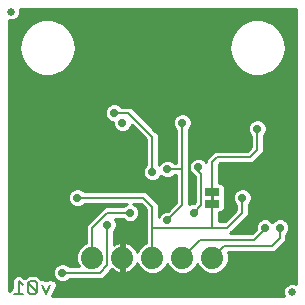
<source format=gbl>
G75*
%MOIN*%
%OFA0B0*%
%FSLAX25Y25*%
%IPPOS*%
%LPD*%
%AMOC8*
5,1,8,0,0,1.08239X$1,22.5*
%
%ADD10C,0.00800*%
%ADD11C,0.07400*%
%ADD12R,0.05000X0.02500*%
%ADD13C,0.01000*%
%ADD14C,0.02500*%
%ADD15C,0.02900*%
%ADD16C,0.00700*%
D10*
X0167329Y0294300D02*
X0170131Y0294300D01*
X0168730Y0294300D02*
X0168730Y0298504D01*
X0170131Y0297102D01*
X0171933Y0297803D02*
X0174735Y0295001D01*
X0174035Y0294300D01*
X0172634Y0294300D01*
X0171933Y0295001D01*
X0171933Y0297803D01*
X0172634Y0298504D01*
X0174035Y0298504D01*
X0174735Y0297803D01*
X0174735Y0295001D01*
X0176537Y0297102D02*
X0177938Y0294300D01*
X0179339Y0297102D01*
D11*
X0193333Y0306400D03*
X0203333Y0306400D03*
X0213333Y0306400D03*
X0223333Y0306400D03*
X0233333Y0306400D03*
D12*
X0233333Y0324400D03*
X0233333Y0328400D03*
D13*
X0181607Y0296941D02*
X0179886Y0293500D01*
X0257220Y0293500D01*
X0256883Y0294313D01*
X0256883Y0295487D01*
X0257332Y0296571D01*
X0258162Y0297401D01*
X0259247Y0297850D01*
X0260420Y0297850D01*
X0261233Y0297513D01*
X0261233Y0389300D01*
X0169154Y0389300D01*
X0169283Y0388987D01*
X0169283Y0387813D01*
X0168834Y0386729D01*
X0168004Y0385899D01*
X0166920Y0385450D01*
X0165747Y0385450D01*
X0165433Y0385580D01*
X0165433Y0295374D01*
X0166459Y0296400D01*
X0166630Y0296400D01*
X0166630Y0299373D01*
X0167236Y0299980D01*
X0167860Y0300604D01*
X0169600Y0300604D01*
X0170464Y0299739D01*
X0170682Y0299522D01*
X0171750Y0300590D01*
X0171764Y0300604D01*
X0171764Y0300604D01*
X0173165Y0300604D01*
X0173165Y0300604D01*
X0173325Y0300604D01*
X0173503Y0300604D01*
X0173503Y0300604D01*
X0174905Y0300604D01*
X0176135Y0299373D01*
X0176135Y0299373D01*
X0176218Y0299291D01*
X0176376Y0299370D01*
X0177938Y0298849D01*
X0179500Y0299370D01*
X0181056Y0298592D01*
X0181607Y0296941D01*
X0181457Y0297391D02*
X0258152Y0297391D01*
X0257259Y0296393D02*
X0181332Y0296393D01*
X0180833Y0295394D02*
X0256883Y0295394D01*
X0256883Y0294396D02*
X0180334Y0294396D01*
X0181124Y0298390D02*
X0182370Y0298390D01*
X0182707Y0298250D02*
X0183960Y0298250D01*
X0185118Y0298730D01*
X0185738Y0299350D01*
X0196682Y0299350D01*
X0199182Y0301850D01*
X0199856Y0302523D01*
X0199946Y0302434D01*
X0200608Y0301953D01*
X0201337Y0301581D01*
X0202116Y0301328D01*
X0202833Y0301214D01*
X0202833Y0305900D01*
X0203833Y0305900D01*
X0203833Y0301214D01*
X0204551Y0301328D01*
X0205329Y0301581D01*
X0206059Y0301953D01*
X0206721Y0302434D01*
X0207300Y0303012D01*
X0207781Y0303675D01*
X0208152Y0304404D01*
X0208224Y0304624D01*
X0208755Y0303341D01*
X0210274Y0301822D01*
X0212259Y0301000D01*
X0214407Y0301000D01*
X0216392Y0301822D01*
X0217911Y0303341D01*
X0218333Y0304360D01*
X0218755Y0303341D01*
X0220274Y0301822D01*
X0222259Y0301000D01*
X0224407Y0301000D01*
X0226392Y0301822D01*
X0227911Y0303341D01*
X0228333Y0304360D01*
X0228755Y0303341D01*
X0230274Y0301822D01*
X0232259Y0301000D01*
X0234407Y0301000D01*
X0236392Y0301822D01*
X0237911Y0303341D01*
X0238733Y0305326D01*
X0238733Y0307474D01*
X0238371Y0308350D01*
X0254182Y0308350D01*
X0255383Y0309551D01*
X0257883Y0312051D01*
X0257883Y0313995D01*
X0258504Y0314616D01*
X0258983Y0315773D01*
X0258983Y0317027D01*
X0258504Y0318184D01*
X0257618Y0319070D01*
X0256460Y0319550D01*
X0255207Y0319550D01*
X0254049Y0319070D01*
X0253333Y0318355D01*
X0252618Y0319070D01*
X0251460Y0319550D01*
X0250207Y0319550D01*
X0249049Y0319070D01*
X0248163Y0318184D01*
X0247683Y0317027D01*
X0247683Y0315773D01*
X0247720Y0315686D01*
X0246484Y0314450D01*
X0239282Y0314450D01*
X0244182Y0319350D01*
X0245383Y0320551D01*
X0245383Y0323995D01*
X0246004Y0324616D01*
X0246483Y0325773D01*
X0246483Y0327027D01*
X0246004Y0328184D01*
X0245118Y0329070D01*
X0243960Y0329550D01*
X0242707Y0329550D01*
X0241549Y0329070D01*
X0240663Y0328184D01*
X0240183Y0327027D01*
X0240183Y0325773D01*
X0240663Y0324616D01*
X0241283Y0323995D01*
X0241283Y0322249D01*
X0237484Y0318450D01*
X0235383Y0318450D01*
X0235383Y0321450D01*
X0236537Y0321450D01*
X0237533Y0322446D01*
X0237533Y0326354D01*
X0237487Y0326400D01*
X0237533Y0326446D01*
X0237533Y0330354D01*
X0236537Y0331350D01*
X0235383Y0331350D01*
X0235383Y0337551D01*
X0235682Y0337850D01*
X0246682Y0337850D01*
X0249182Y0340350D01*
X0250383Y0341551D01*
X0250383Y0346995D01*
X0251004Y0347616D01*
X0251483Y0348773D01*
X0251483Y0350027D01*
X0251004Y0351184D01*
X0250118Y0352070D01*
X0248960Y0352550D01*
X0247707Y0352550D01*
X0246549Y0352070D01*
X0245663Y0351184D01*
X0245183Y0350027D01*
X0245183Y0348773D01*
X0245663Y0347616D01*
X0246283Y0346995D01*
X0246283Y0343249D01*
X0244984Y0341950D01*
X0233984Y0341950D01*
X0232783Y0340749D01*
X0231283Y0339249D01*
X0231283Y0338405D01*
X0230427Y0339261D01*
X0229269Y0339741D01*
X0228016Y0339741D01*
X0226858Y0339261D01*
X0225972Y0338375D01*
X0225492Y0337218D01*
X0225492Y0335964D01*
X0225972Y0334807D01*
X0226858Y0333920D01*
X0227380Y0333704D01*
X0227533Y0333551D01*
X0227533Y0324749D01*
X0227334Y0324550D01*
X0226457Y0324550D01*
X0225383Y0324105D01*
X0225383Y0348995D01*
X0226004Y0349616D01*
X0226483Y0350773D01*
X0226483Y0352027D01*
X0226004Y0353184D01*
X0225118Y0354070D01*
X0223960Y0354550D01*
X0222707Y0354550D01*
X0221549Y0354070D01*
X0220663Y0353184D01*
X0220183Y0352027D01*
X0220183Y0350773D01*
X0220663Y0349616D01*
X0221283Y0348995D01*
X0221283Y0337950D01*
X0220738Y0337950D01*
X0220118Y0338570D01*
X0218960Y0339050D01*
X0217707Y0339050D01*
X0216549Y0338570D01*
X0215663Y0337684D01*
X0215470Y0337218D01*
X0215383Y0337305D01*
X0215383Y0347499D01*
X0214182Y0348700D01*
X0207383Y0355499D01*
X0206182Y0356700D01*
X0202988Y0356700D01*
X0202368Y0357320D01*
X0201210Y0357800D01*
X0199957Y0357800D01*
X0198799Y0357320D01*
X0197913Y0356434D01*
X0197433Y0355277D01*
X0197433Y0354023D01*
X0197913Y0352866D01*
X0198799Y0351980D01*
X0199957Y0351500D01*
X0200183Y0351500D01*
X0200183Y0350773D01*
X0200663Y0349616D01*
X0201549Y0348730D01*
X0202707Y0348250D01*
X0203960Y0348250D01*
X0205118Y0348730D01*
X0206004Y0349616D01*
X0206433Y0350651D01*
X0211283Y0345801D01*
X0211283Y0337305D01*
X0210663Y0336684D01*
X0210183Y0335527D01*
X0210183Y0334273D01*
X0210663Y0333116D01*
X0211549Y0332230D01*
X0212707Y0331750D01*
X0213960Y0331750D01*
X0215118Y0332230D01*
X0216004Y0333116D01*
X0216197Y0333582D01*
X0216549Y0333230D01*
X0217707Y0332750D01*
X0218960Y0332750D01*
X0220118Y0333230D01*
X0220738Y0333850D01*
X0221283Y0333850D01*
X0221283Y0324749D01*
X0218584Y0322050D01*
X0217707Y0322050D01*
X0216549Y0321570D01*
X0215663Y0320684D01*
X0215383Y0320009D01*
X0215383Y0324249D01*
X0214182Y0325450D01*
X0212383Y0327249D01*
X0211182Y0328450D01*
X0190738Y0328450D01*
X0190118Y0329070D01*
X0188960Y0329550D01*
X0187707Y0329550D01*
X0186549Y0329070D01*
X0185663Y0328184D01*
X0185183Y0327027D01*
X0185183Y0325773D01*
X0185663Y0324616D01*
X0186549Y0323730D01*
X0187707Y0323250D01*
X0188960Y0323250D01*
X0190118Y0323730D01*
X0190738Y0324350D01*
X0204724Y0324350D01*
X0204049Y0324070D01*
X0203429Y0323450D01*
X0197484Y0323450D01*
X0192484Y0318450D01*
X0191283Y0317249D01*
X0191283Y0311396D01*
X0190274Y0310978D01*
X0188755Y0309459D01*
X0187933Y0307474D01*
X0187933Y0305326D01*
X0188710Y0303450D01*
X0185738Y0303450D01*
X0185118Y0304070D01*
X0183960Y0304550D01*
X0182707Y0304550D01*
X0181549Y0304070D01*
X0180663Y0303184D01*
X0180183Y0302027D01*
X0180183Y0300773D01*
X0180663Y0299616D01*
X0181549Y0298730D01*
X0182707Y0298250D01*
X0184297Y0298390D02*
X0261233Y0298390D01*
X0261233Y0299388D02*
X0196721Y0299388D01*
X0197719Y0300387D02*
X0261233Y0300387D01*
X0261233Y0301385D02*
X0235337Y0301385D01*
X0236954Y0302384D02*
X0261233Y0302384D01*
X0261233Y0303382D02*
X0237928Y0303382D01*
X0238342Y0304381D02*
X0261233Y0304381D01*
X0261233Y0305379D02*
X0238733Y0305379D01*
X0238733Y0306378D02*
X0261233Y0306378D01*
X0261233Y0307376D02*
X0238733Y0307376D01*
X0240197Y0315364D02*
X0247398Y0315364D01*
X0247683Y0316363D02*
X0241195Y0316363D01*
X0242194Y0317361D02*
X0247822Y0317361D01*
X0248338Y0318360D02*
X0243192Y0318360D01*
X0244191Y0319358D02*
X0249744Y0319358D01*
X0251923Y0319358D02*
X0254744Y0319358D01*
X0253338Y0318360D02*
X0253328Y0318360D01*
X0256923Y0319358D02*
X0261233Y0319358D01*
X0261233Y0318360D02*
X0258328Y0318360D01*
X0258845Y0317361D02*
X0261233Y0317361D01*
X0261233Y0316363D02*
X0258983Y0316363D01*
X0258814Y0315364D02*
X0261233Y0315364D01*
X0261233Y0314366D02*
X0258254Y0314366D01*
X0257883Y0313367D02*
X0261233Y0313367D01*
X0261233Y0312369D02*
X0257883Y0312369D01*
X0257203Y0311370D02*
X0261233Y0311370D01*
X0261233Y0310372D02*
X0256204Y0310372D01*
X0255206Y0309373D02*
X0261233Y0309373D01*
X0261233Y0308375D02*
X0254207Y0308375D01*
X0261233Y0320357D02*
X0245189Y0320357D01*
X0245383Y0321355D02*
X0261233Y0321355D01*
X0261233Y0322354D02*
X0245383Y0322354D01*
X0245383Y0323352D02*
X0261233Y0323352D01*
X0261233Y0324351D02*
X0245739Y0324351D01*
X0246308Y0325349D02*
X0261233Y0325349D01*
X0261233Y0326348D02*
X0246483Y0326348D01*
X0246351Y0327346D02*
X0261233Y0327346D01*
X0261233Y0328345D02*
X0245843Y0328345D01*
X0244459Y0329343D02*
X0261233Y0329343D01*
X0261233Y0330342D02*
X0237533Y0330342D01*
X0237533Y0329343D02*
X0242208Y0329343D01*
X0240823Y0328345D02*
X0237533Y0328345D01*
X0237533Y0327346D02*
X0240316Y0327346D01*
X0240183Y0326348D02*
X0237533Y0326348D01*
X0237533Y0325349D02*
X0240359Y0325349D01*
X0240928Y0324351D02*
X0237533Y0324351D01*
X0237533Y0323352D02*
X0241283Y0323352D01*
X0241283Y0322354D02*
X0237441Y0322354D01*
X0235383Y0321355D02*
X0240390Y0321355D01*
X0239391Y0320357D02*
X0235383Y0320357D01*
X0235383Y0319358D02*
X0238393Y0319358D01*
X0233333Y0324400D02*
X0233333Y0328400D01*
X0236547Y0331340D02*
X0261233Y0331340D01*
X0261233Y0332339D02*
X0235383Y0332339D01*
X0235383Y0333337D02*
X0261233Y0333337D01*
X0261233Y0334336D02*
X0235383Y0334336D01*
X0235383Y0335334D02*
X0261233Y0335334D01*
X0261233Y0336333D02*
X0235383Y0336333D01*
X0235383Y0337332D02*
X0261233Y0337332D01*
X0261233Y0338330D02*
X0247162Y0338330D01*
X0248161Y0339329D02*
X0261233Y0339329D01*
X0261233Y0340327D02*
X0249160Y0340327D01*
X0250158Y0341326D02*
X0261233Y0341326D01*
X0261233Y0342324D02*
X0250383Y0342324D01*
X0250383Y0343323D02*
X0261233Y0343323D01*
X0261233Y0344321D02*
X0250383Y0344321D01*
X0250383Y0345320D02*
X0261233Y0345320D01*
X0261233Y0346318D02*
X0250383Y0346318D01*
X0250705Y0347317D02*
X0261233Y0347317D01*
X0261233Y0348315D02*
X0251293Y0348315D01*
X0251483Y0349314D02*
X0261233Y0349314D01*
X0261233Y0350312D02*
X0251365Y0350312D01*
X0250877Y0351311D02*
X0261233Y0351311D01*
X0261233Y0352309D02*
X0249541Y0352309D01*
X0247125Y0352309D02*
X0226366Y0352309D01*
X0226483Y0351311D02*
X0245789Y0351311D01*
X0245302Y0350312D02*
X0226292Y0350312D01*
X0225702Y0349314D02*
X0245183Y0349314D01*
X0245373Y0348315D02*
X0225383Y0348315D01*
X0225383Y0347317D02*
X0245962Y0347317D01*
X0246283Y0346318D02*
X0225383Y0346318D01*
X0225383Y0345320D02*
X0246283Y0345320D01*
X0246283Y0344321D02*
X0225383Y0344321D01*
X0225383Y0343323D02*
X0246283Y0343323D01*
X0245358Y0342324D02*
X0225383Y0342324D01*
X0225383Y0341326D02*
X0233360Y0341326D01*
X0232361Y0340327D02*
X0225383Y0340327D01*
X0225383Y0339329D02*
X0227020Y0339329D01*
X0225953Y0338330D02*
X0225383Y0338330D01*
X0225383Y0337332D02*
X0225540Y0337332D01*
X0225492Y0336333D02*
X0225383Y0336333D01*
X0225383Y0335334D02*
X0225753Y0335334D01*
X0225383Y0334336D02*
X0226443Y0334336D01*
X0225383Y0333337D02*
X0227533Y0333337D01*
X0227533Y0332339D02*
X0225383Y0332339D01*
X0225383Y0331340D02*
X0227533Y0331340D01*
X0227533Y0330342D02*
X0225383Y0330342D01*
X0225383Y0329343D02*
X0227533Y0329343D01*
X0227533Y0328345D02*
X0225383Y0328345D01*
X0225383Y0327346D02*
X0227533Y0327346D01*
X0227533Y0326348D02*
X0225383Y0326348D01*
X0225383Y0325349D02*
X0227533Y0325349D01*
X0225976Y0324351D02*
X0225383Y0324351D01*
X0221283Y0325349D02*
X0214283Y0325349D01*
X0215282Y0324351D02*
X0220885Y0324351D01*
X0219887Y0323352D02*
X0215383Y0323352D01*
X0215383Y0322354D02*
X0218888Y0322354D01*
X0216334Y0321355D02*
X0215383Y0321355D01*
X0215383Y0320357D02*
X0215527Y0320357D01*
X0211283Y0320357D02*
X0208811Y0320357D01*
X0208983Y0320773D02*
X0208504Y0319616D01*
X0207618Y0318730D01*
X0206460Y0318250D01*
X0205207Y0318250D01*
X0204049Y0318730D01*
X0203429Y0319350D01*
X0200838Y0319350D01*
X0201004Y0319184D01*
X0201483Y0318027D01*
X0201483Y0316773D01*
X0201004Y0315616D01*
X0200383Y0314995D01*
X0200383Y0310684D01*
X0200608Y0310847D01*
X0201337Y0311219D01*
X0202116Y0311472D01*
X0202833Y0311586D01*
X0202833Y0306900D01*
X0203833Y0306900D01*
X0203833Y0311586D01*
X0204551Y0311472D01*
X0205329Y0311219D01*
X0206059Y0310847D01*
X0206721Y0310366D01*
X0207300Y0309788D01*
X0207781Y0309125D01*
X0208152Y0308396D01*
X0208224Y0308176D01*
X0208755Y0309459D01*
X0210274Y0310978D01*
X0211283Y0311396D01*
X0211283Y0322551D01*
X0209484Y0324350D01*
X0206943Y0324350D01*
X0207618Y0324070D01*
X0208504Y0323184D01*
X0208983Y0322027D01*
X0208983Y0320773D01*
X0208983Y0321355D02*
X0211283Y0321355D01*
X0211283Y0322354D02*
X0208848Y0322354D01*
X0208336Y0323352D02*
X0210482Y0323352D01*
X0211283Y0319358D02*
X0208246Y0319358D01*
X0206725Y0318360D02*
X0211283Y0318360D01*
X0211283Y0317361D02*
X0201483Y0317361D01*
X0201345Y0318360D02*
X0204942Y0318360D01*
X0201313Y0316363D02*
X0211283Y0316363D01*
X0211283Y0315364D02*
X0200752Y0315364D01*
X0200383Y0314366D02*
X0211283Y0314366D01*
X0211283Y0313367D02*
X0200383Y0313367D01*
X0200383Y0312369D02*
X0211283Y0312369D01*
X0211222Y0311370D02*
X0204864Y0311370D01*
X0203833Y0311370D02*
X0202833Y0311370D01*
X0202833Y0310372D02*
X0203833Y0310372D01*
X0203833Y0309373D02*
X0202833Y0309373D01*
X0202833Y0308375D02*
X0203833Y0308375D01*
X0203833Y0307376D02*
X0202833Y0307376D01*
X0202833Y0305379D02*
X0203833Y0305379D01*
X0203833Y0304381D02*
X0202833Y0304381D01*
X0202833Y0303382D02*
X0203833Y0303382D01*
X0203833Y0302384D02*
X0202833Y0302384D01*
X0202833Y0301385D02*
X0203833Y0301385D01*
X0204727Y0301385D02*
X0211329Y0301385D01*
X0209713Y0302384D02*
X0206652Y0302384D01*
X0207568Y0303382D02*
X0208738Y0303382D01*
X0208325Y0304381D02*
X0208141Y0304381D01*
X0208159Y0308375D02*
X0208306Y0308375D01*
X0208720Y0309373D02*
X0207601Y0309373D01*
X0206713Y0310372D02*
X0209668Y0310372D01*
X0201803Y0311370D02*
X0200383Y0311370D01*
X0200015Y0302384D02*
X0199716Y0302384D01*
X0198718Y0301385D02*
X0201940Y0301385D01*
X0191222Y0311370D02*
X0165433Y0311370D01*
X0165433Y0310372D02*
X0189668Y0310372D01*
X0188720Y0309373D02*
X0165433Y0309373D01*
X0165433Y0308375D02*
X0188306Y0308375D01*
X0187933Y0307376D02*
X0165433Y0307376D01*
X0165433Y0306378D02*
X0187933Y0306378D01*
X0187933Y0305379D02*
X0165433Y0305379D01*
X0165433Y0304381D02*
X0182298Y0304381D01*
X0180861Y0303382D02*
X0165433Y0303382D01*
X0165433Y0302384D02*
X0180331Y0302384D01*
X0180183Y0301385D02*
X0165433Y0301385D01*
X0165433Y0300387D02*
X0167643Y0300387D01*
X0166645Y0299388D02*
X0165433Y0299388D01*
X0165433Y0298390D02*
X0166630Y0298390D01*
X0166630Y0297391D02*
X0165433Y0297391D01*
X0165433Y0296393D02*
X0166452Y0296393D01*
X0165453Y0295394D02*
X0165433Y0295394D01*
X0169817Y0300387D02*
X0171547Y0300387D01*
X0175122Y0300387D02*
X0180344Y0300387D01*
X0180890Y0299388D02*
X0176120Y0299388D01*
X0184369Y0304381D02*
X0188325Y0304381D01*
X0191283Y0312369D02*
X0165433Y0312369D01*
X0165433Y0313367D02*
X0191283Y0313367D01*
X0191283Y0314366D02*
X0165433Y0314366D01*
X0165433Y0315364D02*
X0191283Y0315364D01*
X0191283Y0316363D02*
X0165433Y0316363D01*
X0165433Y0317361D02*
X0191395Y0317361D01*
X0192394Y0318360D02*
X0165433Y0318360D01*
X0165433Y0319358D02*
X0193393Y0319358D01*
X0194391Y0320357D02*
X0165433Y0320357D01*
X0165433Y0321355D02*
X0195390Y0321355D01*
X0196388Y0322354D02*
X0165433Y0322354D01*
X0165433Y0323352D02*
X0187460Y0323352D01*
X0189207Y0323352D02*
X0197387Y0323352D01*
X0189459Y0329343D02*
X0221283Y0329343D01*
X0221283Y0328345D02*
X0211288Y0328345D01*
X0212286Y0327346D02*
X0221283Y0327346D01*
X0221283Y0326348D02*
X0213285Y0326348D01*
X0211440Y0332339D02*
X0165433Y0332339D01*
X0165433Y0333337D02*
X0210571Y0333337D01*
X0210183Y0334336D02*
X0165433Y0334336D01*
X0165433Y0335334D02*
X0210183Y0335334D01*
X0210517Y0336333D02*
X0165433Y0336333D01*
X0165433Y0337332D02*
X0211283Y0337332D01*
X0211283Y0338330D02*
X0165433Y0338330D01*
X0165433Y0339329D02*
X0211283Y0339329D01*
X0211283Y0340327D02*
X0165433Y0340327D01*
X0165433Y0341326D02*
X0211283Y0341326D01*
X0211283Y0342324D02*
X0165433Y0342324D01*
X0165433Y0343323D02*
X0211283Y0343323D01*
X0211283Y0344321D02*
X0165433Y0344321D01*
X0165433Y0345320D02*
X0211283Y0345320D01*
X0210766Y0346318D02*
X0165433Y0346318D01*
X0165433Y0347317D02*
X0209768Y0347317D01*
X0208769Y0348315D02*
X0204117Y0348315D01*
X0202549Y0348315D02*
X0165433Y0348315D01*
X0165433Y0349314D02*
X0200965Y0349314D01*
X0200374Y0350312D02*
X0165433Y0350312D01*
X0165433Y0351311D02*
X0200183Y0351311D01*
X0198469Y0352309D02*
X0165433Y0352309D01*
X0165433Y0353308D02*
X0197730Y0353308D01*
X0197433Y0354306D02*
X0165433Y0354306D01*
X0165433Y0355305D02*
X0197445Y0355305D01*
X0197859Y0356303D02*
X0165433Y0356303D01*
X0165433Y0357302D02*
X0198780Y0357302D01*
X0202386Y0357302D02*
X0261233Y0357302D01*
X0261233Y0358300D02*
X0165433Y0358300D01*
X0165433Y0359299D02*
X0261233Y0359299D01*
X0261233Y0360297D02*
X0165433Y0360297D01*
X0165433Y0361296D02*
X0261233Y0361296D01*
X0261233Y0362294D02*
X0165433Y0362294D01*
X0165433Y0363293D02*
X0261233Y0363293D01*
X0261233Y0364291D02*
X0165433Y0364291D01*
X0165433Y0365290D02*
X0261233Y0365290D01*
X0261233Y0366288D02*
X0165433Y0366288D01*
X0165433Y0367287D02*
X0175888Y0367287D01*
X0176676Y0367000D02*
X0173561Y0368134D01*
X0173561Y0368134D01*
X0171021Y0370265D01*
X0169364Y0373135D01*
X0169364Y0373135D01*
X0168788Y0376400D01*
X0168788Y0376400D01*
X0169364Y0379665D01*
X0169364Y0379665D01*
X0171021Y0382535D01*
X0171021Y0382535D01*
X0171021Y0382535D01*
X0173561Y0384666D01*
X0173561Y0384666D01*
X0176676Y0385800D01*
X0179991Y0385800D01*
X0183106Y0384666D01*
X0183106Y0384666D01*
X0185645Y0382535D01*
X0185645Y0382535D01*
X0187303Y0379665D01*
X0187303Y0379665D01*
X0187878Y0376400D01*
X0187878Y0376400D01*
X0187303Y0373135D01*
X0187303Y0373135D01*
X0185645Y0370265D01*
X0185645Y0370265D01*
X0185645Y0370265D01*
X0183106Y0368134D01*
X0183106Y0368134D01*
X0179991Y0367000D01*
X0177463Y0367000D01*
X0176676Y0367000D01*
X0173380Y0368285D02*
X0165433Y0368285D01*
X0165433Y0369284D02*
X0172190Y0369284D01*
X0171011Y0370282D02*
X0165433Y0370282D01*
X0165433Y0371281D02*
X0170435Y0371281D01*
X0169858Y0372279D02*
X0165433Y0372279D01*
X0165433Y0373278D02*
X0169339Y0373278D01*
X0169163Y0374276D02*
X0165433Y0374276D01*
X0165433Y0375275D02*
X0168987Y0375275D01*
X0168811Y0376273D02*
X0165433Y0376273D01*
X0165433Y0377272D02*
X0168942Y0377272D01*
X0169118Y0378270D02*
X0165433Y0378270D01*
X0165433Y0379269D02*
X0169294Y0379269D01*
X0169712Y0380268D02*
X0165433Y0380268D01*
X0165433Y0381266D02*
X0170289Y0381266D01*
X0170865Y0382265D02*
X0165433Y0382265D01*
X0165433Y0383263D02*
X0171889Y0383263D01*
X0173079Y0384262D02*
X0165433Y0384262D01*
X0165433Y0385260D02*
X0175192Y0385260D01*
X0169053Y0387257D02*
X0261233Y0387257D01*
X0261233Y0386259D02*
X0168364Y0386259D01*
X0169283Y0388256D02*
X0261233Y0388256D01*
X0261233Y0389254D02*
X0169173Y0389254D01*
X0181474Y0385260D02*
X0245192Y0385260D01*
X0246676Y0385800D02*
X0243561Y0384666D01*
X0243561Y0384666D01*
X0241021Y0382535D01*
X0239364Y0379665D01*
X0239364Y0379665D01*
X0238788Y0376400D01*
X0239364Y0373135D01*
X0241021Y0370265D01*
X0241021Y0370265D01*
X0243561Y0368134D01*
X0246676Y0367000D01*
X0249203Y0367000D01*
X0249991Y0367000D01*
X0253106Y0368134D01*
X0255645Y0370265D01*
X0257303Y0373135D01*
X0257303Y0373135D01*
X0257878Y0376400D01*
X0257303Y0379665D01*
X0255645Y0382535D01*
X0255645Y0382535D01*
X0253106Y0384666D01*
X0253106Y0384666D01*
X0249991Y0385800D01*
X0246676Y0385800D01*
X0243079Y0384262D02*
X0183588Y0384262D01*
X0184778Y0383263D02*
X0241889Y0383263D01*
X0241021Y0382535D02*
X0241021Y0382535D01*
X0241021Y0382535D01*
X0240865Y0382265D02*
X0185802Y0382265D01*
X0186378Y0381266D02*
X0240289Y0381266D01*
X0239712Y0380268D02*
X0186955Y0380268D01*
X0187372Y0379269D02*
X0239294Y0379269D01*
X0239118Y0378270D02*
X0187549Y0378270D01*
X0187725Y0377272D02*
X0238942Y0377272D01*
X0238788Y0376400D02*
X0238788Y0376400D01*
X0238811Y0376273D02*
X0187856Y0376273D01*
X0187680Y0375275D02*
X0238987Y0375275D01*
X0239163Y0374276D02*
X0187504Y0374276D01*
X0187328Y0373278D02*
X0239339Y0373278D01*
X0239364Y0373135D02*
X0239364Y0373135D01*
X0239858Y0372279D02*
X0186808Y0372279D01*
X0186232Y0371281D02*
X0240435Y0371281D01*
X0241011Y0370282D02*
X0185655Y0370282D01*
X0184476Y0369284D02*
X0242190Y0369284D01*
X0243380Y0368285D02*
X0183286Y0368285D01*
X0180779Y0367287D02*
X0245888Y0367287D01*
X0243561Y0368134D02*
X0243561Y0368134D01*
X0249991Y0367000D02*
X0249991Y0367000D01*
X0250779Y0367287D02*
X0261233Y0367287D01*
X0261233Y0368285D02*
X0253286Y0368285D01*
X0253106Y0368134D02*
X0253106Y0368134D01*
X0254476Y0369284D02*
X0261233Y0369284D01*
X0261233Y0370282D02*
X0255655Y0370282D01*
X0255645Y0370265D02*
X0255645Y0370265D01*
X0255645Y0370265D01*
X0256232Y0371281D02*
X0261233Y0371281D01*
X0261233Y0372279D02*
X0256808Y0372279D01*
X0257328Y0373278D02*
X0261233Y0373278D01*
X0261233Y0374276D02*
X0257504Y0374276D01*
X0257680Y0375275D02*
X0261233Y0375275D01*
X0261233Y0376273D02*
X0257856Y0376273D01*
X0257878Y0376400D02*
X0257878Y0376400D01*
X0257725Y0377272D02*
X0261233Y0377272D01*
X0261233Y0378270D02*
X0257549Y0378270D01*
X0257372Y0379269D02*
X0261233Y0379269D01*
X0261233Y0380268D02*
X0256955Y0380268D01*
X0257303Y0379665D02*
X0257303Y0379665D01*
X0256378Y0381266D02*
X0261233Y0381266D01*
X0261233Y0382265D02*
X0255802Y0382265D01*
X0254778Y0383263D02*
X0261233Y0383263D01*
X0261233Y0384262D02*
X0253588Y0384262D01*
X0251474Y0385260D02*
X0261233Y0385260D01*
X0261233Y0356303D02*
X0206579Y0356303D01*
X0207578Y0355305D02*
X0261233Y0355305D01*
X0261233Y0354306D02*
X0224548Y0354306D01*
X0225880Y0353308D02*
X0261233Y0353308D01*
X0231363Y0339329D02*
X0230265Y0339329D01*
X0221283Y0339329D02*
X0215383Y0339329D01*
X0215383Y0340327D02*
X0221283Y0340327D01*
X0221283Y0341326D02*
X0215383Y0341326D01*
X0215383Y0342324D02*
X0221283Y0342324D01*
X0221283Y0343323D02*
X0215383Y0343323D01*
X0215383Y0344321D02*
X0221283Y0344321D01*
X0221283Y0345320D02*
X0215383Y0345320D01*
X0215383Y0346318D02*
X0221283Y0346318D01*
X0221283Y0347317D02*
X0215383Y0347317D01*
X0214567Y0348315D02*
X0221283Y0348315D01*
X0220965Y0349314D02*
X0213569Y0349314D01*
X0212570Y0350312D02*
X0220374Y0350312D01*
X0220183Y0351311D02*
X0211572Y0351311D01*
X0210573Y0352309D02*
X0220300Y0352309D01*
X0220786Y0353308D02*
X0209575Y0353308D01*
X0208576Y0354306D02*
X0222118Y0354306D01*
X0207771Y0349314D02*
X0205702Y0349314D01*
X0206292Y0350312D02*
X0206772Y0350312D01*
X0215383Y0338330D02*
X0216309Y0338330D01*
X0215517Y0337332D02*
X0215383Y0337332D01*
X0216096Y0333337D02*
X0216441Y0333337D01*
X0215227Y0332339D02*
X0221283Y0332339D01*
X0221283Y0333337D02*
X0220226Y0333337D01*
X0221283Y0331340D02*
X0165433Y0331340D01*
X0165433Y0330342D02*
X0221283Y0330342D01*
X0221283Y0338330D02*
X0220358Y0338330D01*
X0187208Y0329343D02*
X0165433Y0329343D01*
X0165433Y0328345D02*
X0185823Y0328345D01*
X0185316Y0327346D02*
X0165433Y0327346D01*
X0165433Y0326348D02*
X0185183Y0326348D01*
X0185359Y0325349D02*
X0165433Y0325349D01*
X0165433Y0324351D02*
X0185928Y0324351D01*
X0215337Y0301385D02*
X0221329Y0301385D01*
X0219713Y0302384D02*
X0216954Y0302384D01*
X0217928Y0303382D02*
X0218738Y0303382D01*
X0225337Y0301385D02*
X0231329Y0301385D01*
X0229713Y0302384D02*
X0226954Y0302384D01*
X0227928Y0303382D02*
X0228738Y0303382D01*
D14*
X0259833Y0294900D03*
X0166333Y0388400D03*
D15*
X0200583Y0354650D03*
X0203333Y0351400D03*
X0198333Y0336400D03*
X0188333Y0326400D03*
X0198333Y0317400D03*
X0205833Y0321400D03*
X0218333Y0318900D03*
X0227083Y0321400D03*
X0226883Y0330400D03*
X0228642Y0336591D03*
X0226583Y0341400D03*
X0218333Y0335900D03*
X0213333Y0334900D03*
X0223333Y0351400D03*
X0240833Y0333400D03*
X0243333Y0326400D03*
X0250633Y0326400D03*
X0250833Y0316400D03*
X0255833Y0316400D03*
X0248333Y0349400D03*
X0183333Y0301400D03*
D16*
X0195833Y0301400D01*
X0198333Y0303900D01*
X0198333Y0317400D01*
X0198333Y0321400D02*
X0193333Y0316400D01*
X0193333Y0306400D01*
X0198333Y0321400D02*
X0205833Y0321400D01*
X0210333Y0326400D02*
X0188333Y0326400D01*
X0210333Y0326400D02*
X0213333Y0323400D01*
X0213333Y0316400D01*
X0233333Y0316400D01*
X0238333Y0316400D01*
X0243333Y0321400D01*
X0243333Y0326400D01*
X0233333Y0328400D02*
X0233333Y0316400D01*
X0229333Y0312400D02*
X0247333Y0312400D01*
X0250833Y0315900D01*
X0250833Y0316400D01*
X0255833Y0316400D02*
X0255833Y0312900D01*
X0253333Y0310400D01*
X0237333Y0310400D01*
X0233333Y0306400D01*
X0229333Y0312400D02*
X0223333Y0306400D01*
X0213333Y0306400D02*
X0213333Y0316400D01*
X0218333Y0318900D02*
X0223333Y0323900D01*
X0223333Y0336150D01*
X0223083Y0335900D01*
X0218333Y0335900D01*
X0223333Y0336150D02*
X0223333Y0351400D01*
X0213333Y0346650D02*
X0213333Y0334900D01*
X0213333Y0346650D02*
X0205333Y0354650D01*
X0200583Y0354650D01*
X0228642Y0336591D02*
X0228642Y0335341D01*
X0229583Y0334400D01*
X0229583Y0323900D01*
X0227083Y0321400D01*
X0233333Y0328400D02*
X0233333Y0338400D01*
X0234833Y0339900D01*
X0245833Y0339900D01*
X0248333Y0342400D01*
X0248333Y0349400D01*
M02*

</source>
